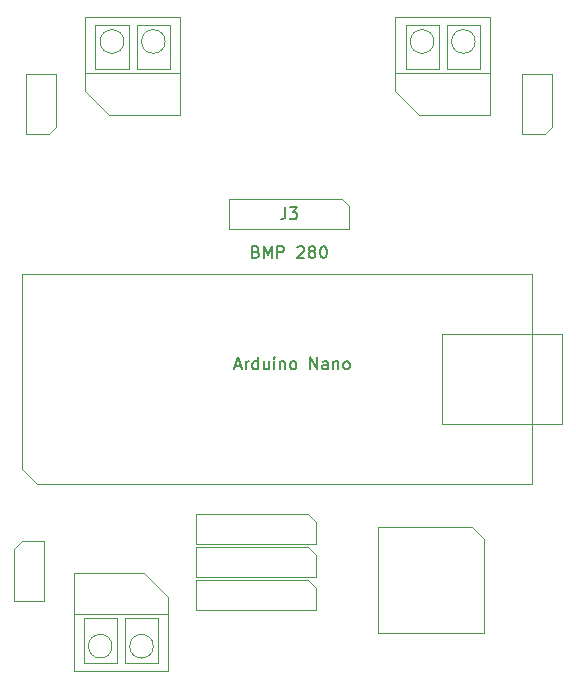
<source format=gbr>
%TF.GenerationSoftware,KiCad,Pcbnew,(6.0.1)*%
%TF.CreationDate,2022-02-20T19:29:58+01:00*%
%TF.ProjectId,NANOFC,4e414e4f-4643-42e6-9b69-6361645f7063,rev?*%
%TF.SameCoordinates,Original*%
%TF.FileFunction,AssemblyDrawing,Top*%
%FSLAX46Y46*%
G04 Gerber Fmt 4.6, Leading zero omitted, Abs format (unit mm)*
G04 Created by KiCad (PCBNEW (6.0.1)) date 2022-02-20 19:29:58*
%MOMM*%
%LPD*%
G01*
G04 APERTURE LIST*
%ADD10C,0.150000*%
%ADD11C,0.100000*%
G04 APERTURE END LIST*
D10*
%TO.C,J3*%
X172180476Y-83208571D02*
X172323333Y-83256190D01*
X172370952Y-83303809D01*
X172418571Y-83399047D01*
X172418571Y-83541904D01*
X172370952Y-83637142D01*
X172323333Y-83684761D01*
X172228095Y-83732380D01*
X171847142Y-83732380D01*
X171847142Y-82732380D01*
X172180476Y-82732380D01*
X172275714Y-82780000D01*
X172323333Y-82827619D01*
X172370952Y-82922857D01*
X172370952Y-83018095D01*
X172323333Y-83113333D01*
X172275714Y-83160952D01*
X172180476Y-83208571D01*
X171847142Y-83208571D01*
X172847142Y-83732380D02*
X172847142Y-82732380D01*
X173180476Y-83446666D01*
X173513809Y-82732380D01*
X173513809Y-83732380D01*
X173990000Y-83732380D02*
X173990000Y-82732380D01*
X174370952Y-82732380D01*
X174466190Y-82780000D01*
X174513809Y-82827619D01*
X174561428Y-82922857D01*
X174561428Y-83065714D01*
X174513809Y-83160952D01*
X174466190Y-83208571D01*
X174370952Y-83256190D01*
X173990000Y-83256190D01*
X175704285Y-82827619D02*
X175751904Y-82780000D01*
X175847142Y-82732380D01*
X176085238Y-82732380D01*
X176180476Y-82780000D01*
X176228095Y-82827619D01*
X176275714Y-82922857D01*
X176275714Y-83018095D01*
X176228095Y-83160952D01*
X175656666Y-83732380D01*
X176275714Y-83732380D01*
X176847142Y-83160952D02*
X176751904Y-83113333D01*
X176704285Y-83065714D01*
X176656666Y-82970476D01*
X176656666Y-82922857D01*
X176704285Y-82827619D01*
X176751904Y-82780000D01*
X176847142Y-82732380D01*
X177037619Y-82732380D01*
X177132857Y-82780000D01*
X177180476Y-82827619D01*
X177228095Y-82922857D01*
X177228095Y-82970476D01*
X177180476Y-83065714D01*
X177132857Y-83113333D01*
X177037619Y-83160952D01*
X176847142Y-83160952D01*
X176751904Y-83208571D01*
X176704285Y-83256190D01*
X176656666Y-83351428D01*
X176656666Y-83541904D01*
X176704285Y-83637142D01*
X176751904Y-83684761D01*
X176847142Y-83732380D01*
X177037619Y-83732380D01*
X177132857Y-83684761D01*
X177180476Y-83637142D01*
X177228095Y-83541904D01*
X177228095Y-83351428D01*
X177180476Y-83256190D01*
X177132857Y-83208571D01*
X177037619Y-83160952D01*
X177847142Y-82732380D02*
X177942380Y-82732380D01*
X178037619Y-82780000D01*
X178085238Y-82827619D01*
X178132857Y-82922857D01*
X178180476Y-83113333D01*
X178180476Y-83351428D01*
X178132857Y-83541904D01*
X178085238Y-83637142D01*
X178037619Y-83684761D01*
X177942380Y-83732380D01*
X177847142Y-83732380D01*
X177751904Y-83684761D01*
X177704285Y-83637142D01*
X177656666Y-83541904D01*
X177609047Y-83351428D01*
X177609047Y-83113333D01*
X177656666Y-82922857D01*
X177704285Y-82827619D01*
X177751904Y-82780000D01*
X177847142Y-82732380D01*
X174656666Y-79452380D02*
X174656666Y-80166666D01*
X174609047Y-80309523D01*
X174513809Y-80404761D01*
X174370952Y-80452380D01*
X174275714Y-80452380D01*
X175037619Y-79452380D02*
X175656666Y-79452380D01*
X175323333Y-79833333D01*
X175466190Y-79833333D01*
X175561428Y-79880952D01*
X175609047Y-79928571D01*
X175656666Y-80023809D01*
X175656666Y-80261904D01*
X175609047Y-80357142D01*
X175561428Y-80404761D01*
X175466190Y-80452380D01*
X175180476Y-80452380D01*
X175085238Y-80404761D01*
X175037619Y-80357142D01*
%TO.C,A1*%
X170402857Y-92866666D02*
X170879047Y-92866666D01*
X170307619Y-93152380D02*
X170640952Y-92152380D01*
X170974285Y-93152380D01*
X171307619Y-93152380D02*
X171307619Y-92485714D01*
X171307619Y-92676190D02*
X171355238Y-92580952D01*
X171402857Y-92533333D01*
X171498095Y-92485714D01*
X171593333Y-92485714D01*
X172355238Y-93152380D02*
X172355238Y-92152380D01*
X172355238Y-93104761D02*
X172260000Y-93152380D01*
X172069523Y-93152380D01*
X171974285Y-93104761D01*
X171926666Y-93057142D01*
X171879047Y-92961904D01*
X171879047Y-92676190D01*
X171926666Y-92580952D01*
X171974285Y-92533333D01*
X172069523Y-92485714D01*
X172260000Y-92485714D01*
X172355238Y-92533333D01*
X173260000Y-92485714D02*
X173260000Y-93152380D01*
X172831428Y-92485714D02*
X172831428Y-93009523D01*
X172879047Y-93104761D01*
X172974285Y-93152380D01*
X173117142Y-93152380D01*
X173212380Y-93104761D01*
X173260000Y-93057142D01*
X173736190Y-93152380D02*
X173736190Y-92485714D01*
X173736190Y-92152380D02*
X173688571Y-92200000D01*
X173736190Y-92247619D01*
X173783809Y-92200000D01*
X173736190Y-92152380D01*
X173736190Y-92247619D01*
X174212380Y-92485714D02*
X174212380Y-93152380D01*
X174212380Y-92580952D02*
X174260000Y-92533333D01*
X174355238Y-92485714D01*
X174498095Y-92485714D01*
X174593333Y-92533333D01*
X174640952Y-92628571D01*
X174640952Y-93152380D01*
X175260000Y-93152380D02*
X175164761Y-93104761D01*
X175117142Y-93057142D01*
X175069523Y-92961904D01*
X175069523Y-92676190D01*
X175117142Y-92580952D01*
X175164761Y-92533333D01*
X175260000Y-92485714D01*
X175402857Y-92485714D01*
X175498095Y-92533333D01*
X175545714Y-92580952D01*
X175593333Y-92676190D01*
X175593333Y-92961904D01*
X175545714Y-93057142D01*
X175498095Y-93104761D01*
X175402857Y-93152380D01*
X175260000Y-93152380D01*
X176783809Y-93152380D02*
X176783809Y-92152380D01*
X177355238Y-93152380D01*
X177355238Y-92152380D01*
X178260000Y-93152380D02*
X178260000Y-92628571D01*
X178212380Y-92533333D01*
X178117142Y-92485714D01*
X177926666Y-92485714D01*
X177831428Y-92533333D01*
X178260000Y-93104761D02*
X178164761Y-93152380D01*
X177926666Y-93152380D01*
X177831428Y-93104761D01*
X177783809Y-93009523D01*
X177783809Y-92914285D01*
X177831428Y-92819047D01*
X177926666Y-92771428D01*
X178164761Y-92771428D01*
X178260000Y-92723809D01*
X178736190Y-92485714D02*
X178736190Y-93152380D01*
X178736190Y-92580952D02*
X178783809Y-92533333D01*
X178879047Y-92485714D01*
X179021904Y-92485714D01*
X179117142Y-92533333D01*
X179164761Y-92628571D01*
X179164761Y-93152380D01*
X179783809Y-93152380D02*
X179688571Y-93104761D01*
X179640952Y-93057142D01*
X179593333Y-92961904D01*
X179593333Y-92676190D01*
X179640952Y-92580952D01*
X179688571Y-92533333D01*
X179783809Y-92485714D01*
X179926666Y-92485714D01*
X180021904Y-92533333D01*
X180069523Y-92580952D01*
X180117142Y-92676190D01*
X180117142Y-92961904D01*
X180069523Y-93057142D01*
X180021904Y-93104761D01*
X179926666Y-93152380D01*
X179783809Y-93152380D01*
D11*
%TO.C,Pyro 2*%
X164900000Y-67750000D02*
X164900000Y-64000000D01*
X162100000Y-64000000D02*
X162100000Y-67750000D01*
X164900000Y-64000000D02*
X162100000Y-64000000D01*
X162100000Y-67750000D02*
X164900000Y-67750000D01*
X157750000Y-69600000D02*
X157750000Y-63300000D01*
X165750000Y-63300000D02*
X165750000Y-71600000D01*
X157750000Y-63300000D02*
X165750000Y-63300000D01*
X159750000Y-71600000D02*
X157750000Y-69600000D01*
X165750000Y-71600000D02*
X159750000Y-71600000D01*
X158600000Y-67750000D02*
X161400000Y-67750000D01*
X161400000Y-64000000D02*
X158600000Y-64000000D01*
X161400000Y-67750000D02*
X161400000Y-64000000D01*
X157750000Y-68100000D02*
X165750000Y-68100000D01*
X158600000Y-64000000D02*
X158600000Y-67750000D01*
X164500000Y-65400000D02*
G75*
G03*
X164500000Y-65400000I-1000000J0D01*
G01*
X161000000Y-65400000D02*
G75*
G03*
X161000000Y-65400000I-1000000J0D01*
G01*
%TO.C,Master Arm*%
X154270000Y-107730000D02*
X154270000Y-112810000D01*
X151730000Y-108365000D02*
X152365000Y-107730000D01*
X154270000Y-112810000D02*
X151730000Y-112810000D01*
X151730000Y-112810000D02*
X151730000Y-108365000D01*
X152365000Y-107730000D02*
X154270000Y-107730000D01*
%TO.C,BZ1*%
X182500000Y-115500000D02*
X191500000Y-115500000D01*
X191500000Y-107500000D02*
X190500000Y-106500000D01*
X191500000Y-115500000D02*
X191500000Y-107500000D01*
X190500000Y-106500000D02*
X182500000Y-106500000D01*
X182500000Y-106500000D02*
X182500000Y-115500000D01*
%TO.C,J3*%
X169910000Y-81270000D02*
X169910000Y-78730000D01*
X180070000Y-81270000D02*
X169910000Y-81270000D01*
X169910000Y-78730000D02*
X179435000Y-78730000D01*
X179435000Y-78730000D02*
X180070000Y-79365000D01*
X180070000Y-79365000D02*
X180070000Y-81270000D01*
%TO.C,GND*%
X176635000Y-111030000D02*
X177270000Y-111665000D01*
X167110000Y-111030000D02*
X176635000Y-111030000D01*
X177270000Y-113570000D02*
X167110000Y-113570000D01*
X177270000Y-111665000D02*
X177270000Y-113570000D01*
X167110000Y-113570000D02*
X167110000Y-111030000D01*
%TO.C,A1*%
X187960000Y-97780000D02*
X187960000Y-90160000D01*
X152400000Y-101590000D02*
X152400000Y-85080000D01*
X195580000Y-85080000D02*
X195580000Y-102860000D01*
X198120000Y-97780000D02*
X187960000Y-97780000D01*
X195580000Y-102860000D02*
X153670000Y-102860000D01*
X187960000Y-90160000D02*
X198120000Y-90160000D01*
X153670000Y-102860000D02*
X152400000Y-101590000D01*
X198120000Y-90160000D02*
X198120000Y-97780000D01*
X152400000Y-85080000D02*
X195580000Y-85080000D01*
%TO.C,P1 Arm*%
X194730000Y-68190000D02*
X197270000Y-68190000D01*
X196635000Y-73270000D02*
X194730000Y-73270000D01*
X197270000Y-68190000D02*
X197270000Y-72635000D01*
X197270000Y-72635000D02*
X196635000Y-73270000D01*
X194730000Y-73270000D02*
X194730000Y-68190000D01*
%TO.C,V+*%
X176635000Y-108230000D02*
X177270000Y-108865000D01*
X167110000Y-110770000D02*
X167110000Y-108230000D01*
X177270000Y-108865000D02*
X177270000Y-110770000D01*
X177270000Y-110770000D02*
X167110000Y-110770000D01*
X167110000Y-108230000D02*
X176635000Y-108230000D01*
%TO.C,Pyro 1*%
X191150000Y-64000000D02*
X188350000Y-64000000D01*
X187650000Y-67750000D02*
X187650000Y-64000000D01*
X184000000Y-68100000D02*
X192000000Y-68100000D01*
X184850000Y-64000000D02*
X184850000Y-67750000D01*
X187650000Y-64000000D02*
X184850000Y-64000000D01*
X188350000Y-67750000D02*
X191150000Y-67750000D01*
X186000000Y-71600000D02*
X184000000Y-69600000D01*
X192000000Y-63300000D02*
X192000000Y-71600000D01*
X184000000Y-63300000D02*
X192000000Y-63300000D01*
X191150000Y-67750000D02*
X191150000Y-64000000D01*
X184000000Y-69600000D02*
X184000000Y-63300000D01*
X184850000Y-67750000D02*
X187650000Y-67750000D01*
X192000000Y-71600000D02*
X186000000Y-71600000D01*
X188350000Y-64000000D02*
X188350000Y-67750000D01*
X187250000Y-65400000D02*
G75*
G03*
X187250000Y-65400000I-1000000J0D01*
G01*
X190750000Y-65400000D02*
G75*
G03*
X190750000Y-65400000I-1000000J0D01*
G01*
%TO.C,Power in*%
X157600000Y-114250000D02*
X157600000Y-118000000D01*
X160400000Y-114250000D02*
X157600000Y-114250000D01*
X161100000Y-118000000D02*
X163900000Y-118000000D01*
X164750000Y-112400000D02*
X164750000Y-118700000D01*
X162750000Y-110400000D02*
X164750000Y-112400000D01*
X157600000Y-118000000D02*
X160400000Y-118000000D01*
X164750000Y-118700000D02*
X156750000Y-118700000D01*
X161100000Y-114250000D02*
X161100000Y-118000000D01*
X164750000Y-113900000D02*
X156750000Y-113900000D01*
X163900000Y-114250000D02*
X161100000Y-114250000D01*
X160400000Y-118000000D02*
X160400000Y-114250000D01*
X156750000Y-118700000D02*
X156750000Y-110400000D01*
X156750000Y-110400000D02*
X162750000Y-110400000D01*
X163900000Y-118000000D02*
X163900000Y-114250000D01*
X163500000Y-116600000D02*
G75*
G03*
X163500000Y-116600000I-1000000J0D01*
G01*
X160000000Y-116600000D02*
G75*
G03*
X160000000Y-116600000I-1000000J0D01*
G01*
%TO.C,P2 Arm*%
X152730000Y-73270000D02*
X152730000Y-68190000D01*
X155270000Y-68190000D02*
X155270000Y-72635000D01*
X152730000Y-68190000D02*
X155270000Y-68190000D01*
X154635000Y-73270000D02*
X152730000Y-73270000D01*
X155270000Y-72635000D02*
X154635000Y-73270000D01*
%TO.C,SIG*%
X177270000Y-106065000D02*
X177270000Y-107970000D01*
X167110000Y-105430000D02*
X176635000Y-105430000D01*
X176635000Y-105430000D02*
X177270000Y-106065000D01*
X177270000Y-107970000D02*
X167110000Y-107970000D01*
X167110000Y-107970000D02*
X167110000Y-105430000D01*
%TD*%
M02*

</source>
